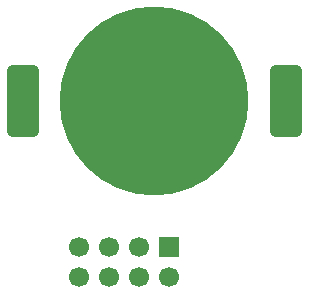
<source format=gbr>
%TF.GenerationSoftware,KiCad,Pcbnew,9.0.1*%
%TF.CreationDate,2025-08-08T13:51:02+02:00*%
%TF.ProjectId,remote,72656d6f-7465-42e6-9b69-6361645f7063,rev?*%
%TF.SameCoordinates,Original*%
%TF.FileFunction,Soldermask,Bot*%
%TF.FilePolarity,Negative*%
%FSLAX46Y46*%
G04 Gerber Fmt 4.6, Leading zero omitted, Abs format (unit mm)*
G04 Created by KiCad (PCBNEW 9.0.1) date 2025-08-08 13:51:02*
%MOMM*%
%LPD*%
G01*
G04 APERTURE LIST*
G04 Aperture macros list*
%AMRoundRect*
0 Rectangle with rounded corners*
0 $1 Rounding radius*
0 $2 $3 $4 $5 $6 $7 $8 $9 X,Y pos of 4 corners*
0 Add a 4 corners polygon primitive as box body*
4,1,4,$2,$3,$4,$5,$6,$7,$8,$9,$2,$3,0*
0 Add four circle primitives for the rounded corners*
1,1,$1+$1,$2,$3*
1,1,$1+$1,$4,$5*
1,1,$1+$1,$6,$7*
1,1,$1+$1,$8,$9*
0 Add four rect primitives between the rounded corners*
20,1,$1+$1,$2,$3,$4,$5,0*
20,1,$1+$1,$4,$5,$6,$7,0*
20,1,$1+$1,$6,$7,$8,$9,0*
20,1,$1+$1,$8,$9,$2,$3,0*%
G04 Aperture macros list end*
%ADD10RoundRect,0.397500X0.927500X2.652500X-0.927500X2.652500X-0.927500X-2.652500X0.927500X-2.652500X0*%
%ADD11C,16.000000*%
%ADD12R,1.700000X1.700000*%
%ADD13C,1.700000*%
G04 APERTURE END LIST*
D10*
%TO.C,BT1*%
X132775000Y-111650000D03*
X110525000Y-111650000D03*
D11*
X121650000Y-111650000D03*
%TD*%
D12*
%TO.C,J1*%
X122850000Y-124010000D03*
D13*
X122850000Y-126550000D03*
X120310000Y-124010000D03*
X120310000Y-126550000D03*
X117770000Y-124010000D03*
X117770000Y-126550000D03*
X115230000Y-124010000D03*
X115230000Y-126550000D03*
%TD*%
M02*

</source>
